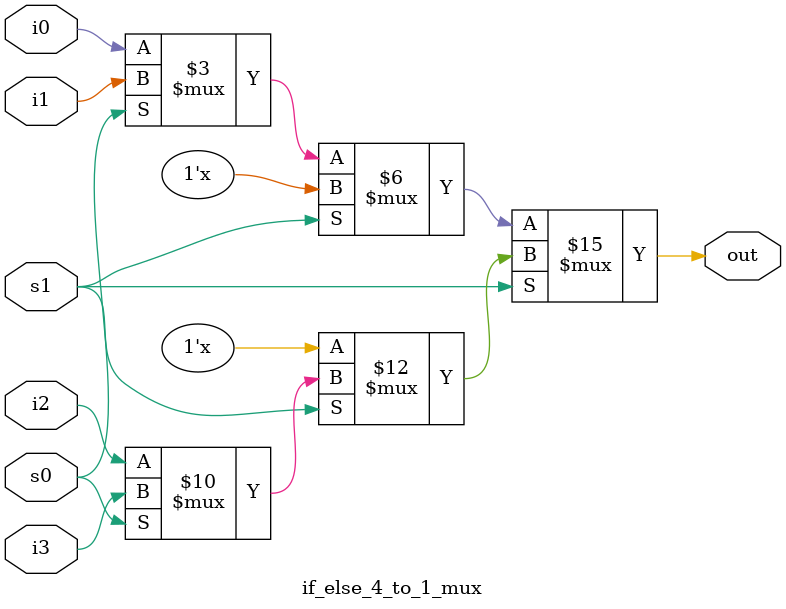
<source format=v>
module if_else_4_to_1_mux(
    input wire i0,    // Input signal 0
    input wire i1,    // Input signal 1
    input wire i2,    // Input signal 2
    input wire i3,    // Input signal 3
    input wire s0,    // Select signal 0
    input wire s1,    // Select signal 1
    output reg out    // Output signal
    );

    // 4-to-1 multiplexer using if...else statements
    always @(*) begin
        if (s1) begin
            if (s0)  out = i3;  // When s1 = 1 and s0 = 1, out = i3
            else    out = i2;   // When s1 = 1 and s0 = 0, out = i2
        end else begin
            if (s0)  out = i1;  // When s1 = 0 and s0 = 1, out = i1
            else    out = i0;   // When s1 = 0 and s0 = 0, out = i0
        end
    end

endmodule

</source>
